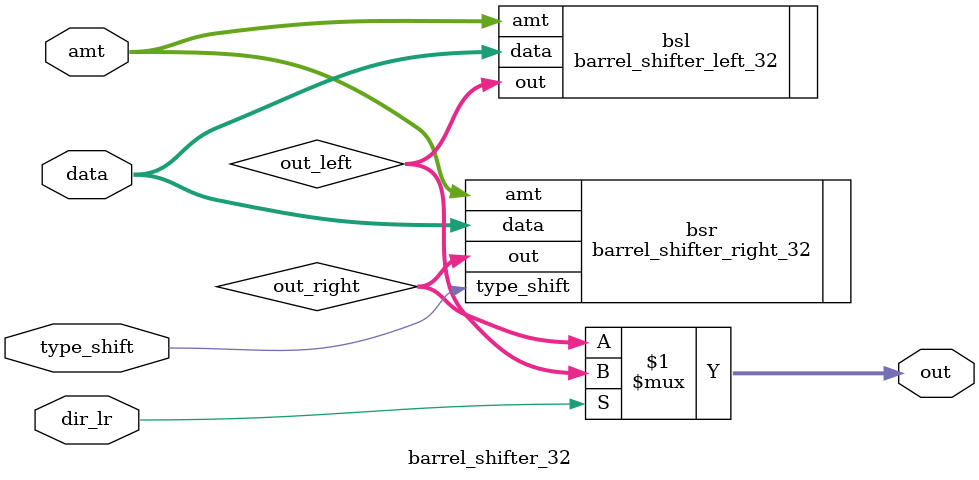
<source format=sv>
module barrel_shifter_32(
    input logic [31:0] data,
    input logic [4:0] amt,
    input logic dir_lr, type_shift, // 1 rotate left = shift left, 0 rotate right = shift right , 1 = arithmetic
    output logic [31:0] out
);
    logic [31:0] out_right;
    logic [31:0] out_left;

    
    barrel_shifter_right_32 bsr(.data(data), .type_shift(type_shift), .amt(amt) , .out(out_right));
    barrel_shifter_left_32 bsl(.data(data), .amt(amt) , .out(out_left));
    
     // if rotate right use rotated output  
    assign  out = (dir_lr) ? out_left:out_right;

endmodule

</source>
